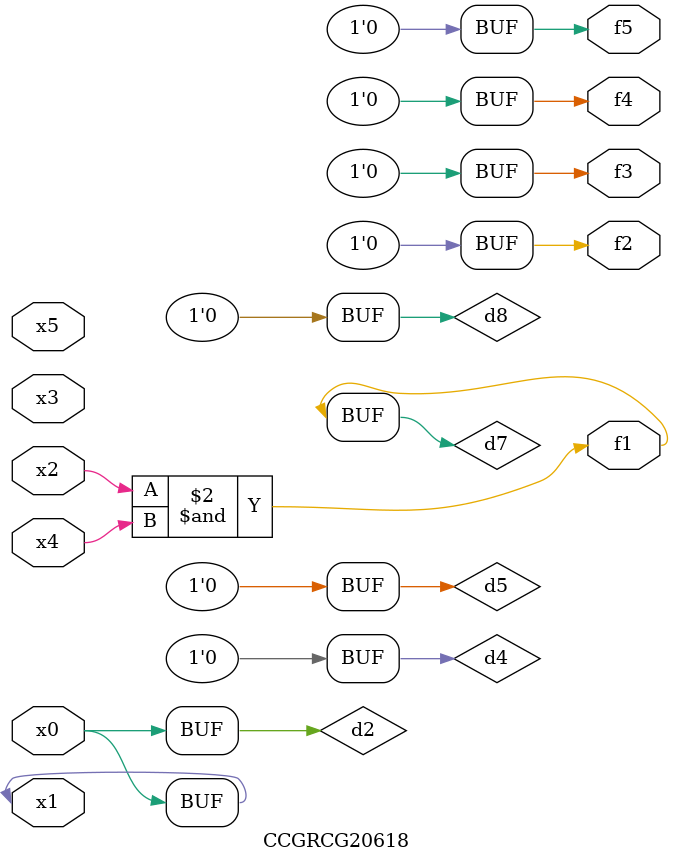
<source format=v>
module CCGRCG20618(
	input x0, x1, x2, x3, x4, x5,
	output f1, f2, f3, f4, f5
);

	wire d1, d2, d3, d4, d5, d6, d7, d8, d9;

	nand (d1, x1);
	buf (d2, x0, x1);
	nand (d3, x2, x4);
	and (d4, d1, d2);
	and (d5, d1, d2);
	nand (d6, d1, d3);
	not (d7, d3);
	xor (d8, d5);
	nor (d9, d5, d6);
	assign f1 = d7;
	assign f2 = d8;
	assign f3 = d8;
	assign f4 = d8;
	assign f5 = d8;
endmodule

</source>
